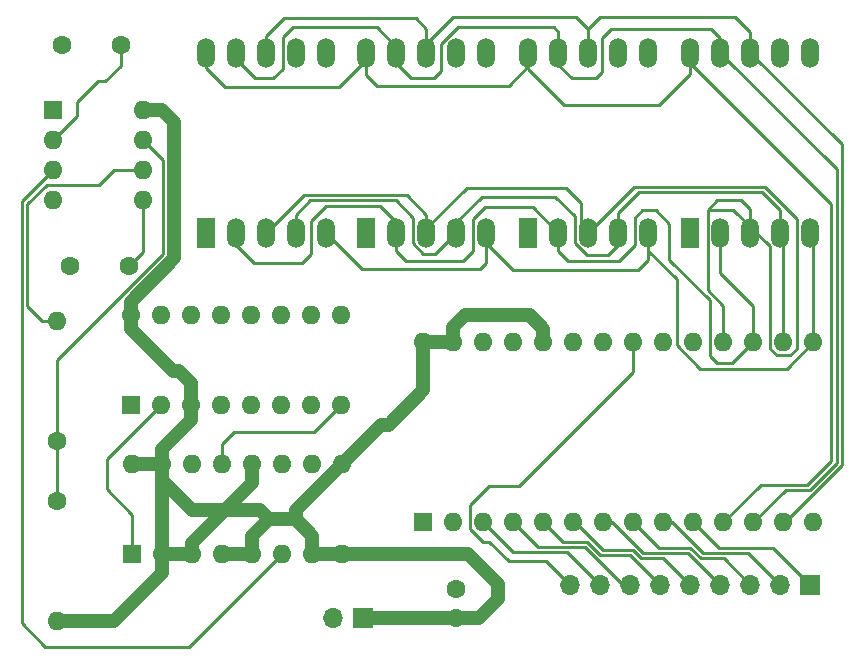
<source format=gbr>
%TF.GenerationSoftware,KiCad,Pcbnew,(5.1.9-0-10_14)*%
%TF.CreationDate,2021-04-19T11:13:06-04:00*%
%TF.ProjectId,DISPLAY,44495350-4c41-4592-9e6b-696361645f70,rev?*%
%TF.SameCoordinates,Original*%
%TF.FileFunction,Copper,L1,Top*%
%TF.FilePolarity,Positive*%
%FSLAX46Y46*%
G04 Gerber Fmt 4.6, Leading zero omitted, Abs format (unit mm)*
G04 Created by KiCad (PCBNEW (5.1.9-0-10_14)) date 2021-04-19 11:13:06*
%MOMM*%
%LPD*%
G01*
G04 APERTURE LIST*
%TA.AperFunction,ComponentPad*%
%ADD10O,1.700000X1.700000*%
%TD*%
%TA.AperFunction,ComponentPad*%
%ADD11R,1.700000X1.700000*%
%TD*%
%TA.AperFunction,ComponentPad*%
%ADD12O,1.600000X1.600000*%
%TD*%
%TA.AperFunction,ComponentPad*%
%ADD13R,1.600000X1.600000*%
%TD*%
%TA.AperFunction,ComponentPad*%
%ADD14R,1.524000X2.524000*%
%TD*%
%TA.AperFunction,ComponentPad*%
%ADD15O,1.524000X2.524000*%
%TD*%
%TA.AperFunction,ComponentPad*%
%ADD16C,1.600000*%
%TD*%
%TA.AperFunction,Conductor*%
%ADD17C,0.250000*%
%TD*%
%TA.AperFunction,Conductor*%
%ADD18C,1.200000*%
%TD*%
G04 APERTURE END LIST*
D10*
%TO.P,J1,9*%
%TO.N,Net-(J1-Pad9)*%
X201549000Y-108331000D03*
%TO.P,J1,8*%
%TO.N,Net-(J1-Pad8)*%
X204089000Y-108331000D03*
%TO.P,J1,7*%
%TO.N,Net-(J1-Pad7)*%
X206629000Y-108331000D03*
%TO.P,J1,6*%
%TO.N,Net-(J1-Pad6)*%
X209169000Y-108331000D03*
%TO.P,J1,5*%
%TO.N,Net-(J1-Pad5)*%
X211709000Y-108331000D03*
%TO.P,J1,4*%
%TO.N,Net-(J1-Pad4)*%
X214249000Y-108331000D03*
%TO.P,J1,3*%
%TO.N,Net-(J1-Pad3)*%
X216789000Y-108331000D03*
%TO.P,J1,2*%
%TO.N,Net-(J1-Pad2)*%
X219329000Y-108331000D03*
D11*
%TO.P,J1,1*%
%TO.N,Net-(J1-Pad1)*%
X221869000Y-108331000D03*
%TD*%
D12*
%TO.P,U1,8*%
%TO.N,VCC*%
X165354000Y-68072000D03*
%TO.P,U1,4*%
%TO.N,Net-(U1-Pad4)*%
X157734000Y-75692000D03*
%TO.P,U1,7*%
%TO.N,Net-(R1-Pad1)*%
X165354000Y-70612000D03*
%TO.P,U1,3*%
%TO.N,/CLOCK_DISPLAY*%
X157734000Y-73152000D03*
%TO.P,U1,6*%
%TO.N,Net-(R1-Pad2)*%
X165354000Y-73152000D03*
%TO.P,U1,2*%
%TO.N,Net-(C1-Pad2)*%
X157734000Y-70612000D03*
%TO.P,U1,5*%
%TO.N,Net-(C2-Pad1)*%
X165354000Y-75692000D03*
D13*
%TO.P,U1,1*%
%TO.N,GND*%
X157734000Y-68072000D03*
%TD*%
D14*
%TO.P,U10,1*%
%TO.N,Net-(U10-Pad1)*%
X211709000Y-78486000D03*
D15*
%TO.P,U10,2*%
%TO.N,/F*%
X214249000Y-78486000D03*
%TO.P,U10,3*%
%TO.N,/G*%
X216789000Y-78486000D03*
%TO.P,U10,4*%
%TO.N,/E*%
X219329000Y-78486000D03*
%TO.P,U10,5*%
%TO.N,/D*%
X221869000Y-78486000D03*
%TO.P,U10,6*%
%TO.N,Net-(U10-Pad1)*%
X221869000Y-63246000D03*
%TO.P,U10,7*%
%TO.N,/DP*%
X219329000Y-63246000D03*
%TO.P,U10,8*%
%TO.N,/C*%
X216789000Y-63246000D03*
%TO.P,U10,9*%
%TO.N,/B*%
X214249000Y-63246000D03*
%TO.P,U10,10*%
%TO.N,/A*%
X211709000Y-63246000D03*
%TD*%
D12*
%TO.P,U9,28*%
%TO.N,VCC*%
X189103000Y-87757000D03*
%TO.P,U9,14*%
%TO.N,GND*%
X222123000Y-102997000D03*
%TO.P,U9,27*%
%TO.N,VCC*%
X191643000Y-87757000D03*
%TO.P,U9,13*%
%TO.N,/C*%
X219583000Y-102997000D03*
%TO.P,U9,26*%
%TO.N,GND*%
X194183000Y-87757000D03*
%TO.P,U9,12*%
%TO.N,/B*%
X217043000Y-102997000D03*
%TO.P,U9,25*%
%TO.N,Net-(U2-Pad1)*%
X196723000Y-87757000D03*
%TO.P,U9,11*%
%TO.N,/A*%
X214503000Y-102997000D03*
%TO.P,U9,24*%
%TO.N,VCC*%
X199263000Y-87757000D03*
%TO.P,U9,10*%
%TO.N,Net-(J1-Pad1)*%
X211963000Y-102997000D03*
%TO.P,U9,23*%
%TO.N,GND*%
X201803000Y-87757000D03*
%TO.P,U9,9*%
%TO.N,Net-(J1-Pad2)*%
X209423000Y-102997000D03*
%TO.P,U9,22*%
%TO.N,GND*%
X204343000Y-87757000D03*
%TO.P,U9,8*%
%TO.N,Net-(J1-Pad3)*%
X206883000Y-102997000D03*
%TO.P,U9,21*%
%TO.N,Net-(J1-Pad9)*%
X206883000Y-87757000D03*
%TO.P,U9,7*%
%TO.N,Net-(J1-Pad4)*%
X204343000Y-102997000D03*
%TO.P,U9,20*%
%TO.N,GND*%
X209423000Y-87757000D03*
%TO.P,U9,6*%
%TO.N,Net-(J1-Pad5)*%
X201803000Y-102997000D03*
%TO.P,U9,19*%
%TO.N,/H*%
X211963000Y-87757000D03*
%TO.P,U9,5*%
%TO.N,Net-(J1-Pad6)*%
X199263000Y-102997000D03*
%TO.P,U9,18*%
%TO.N,/G*%
X214503000Y-87757000D03*
%TO.P,U9,4*%
%TO.N,Net-(J1-Pad7)*%
X196723000Y-102997000D03*
%TO.P,U9,17*%
%TO.N,/F*%
X217043000Y-87757000D03*
%TO.P,U9,3*%
%TO.N,Net-(J1-Pad8)*%
X194183000Y-102997000D03*
%TO.P,U9,16*%
%TO.N,/E*%
X219583000Y-87757000D03*
%TO.P,U9,2*%
%TO.N,GND*%
X191643000Y-102997000D03*
%TO.P,U9,15*%
%TO.N,/D*%
X222123000Y-87757000D03*
D13*
%TO.P,U9,1*%
%TO.N,GND*%
X189103000Y-102997000D03*
%TD*%
D14*
%TO.P,U8,1*%
%TO.N,Net-(U4-Pad5)*%
X197993000Y-78486000D03*
D15*
%TO.P,U8,2*%
%TO.N,/F*%
X200533000Y-78486000D03*
%TO.P,U8,3*%
%TO.N,/G*%
X203073000Y-78486000D03*
%TO.P,U8,4*%
%TO.N,/E*%
X205613000Y-78486000D03*
%TO.P,U8,5*%
%TO.N,/D*%
X208153000Y-78486000D03*
%TO.P,U8,6*%
%TO.N,Net-(U4-Pad5)*%
X208153000Y-63246000D03*
%TO.P,U8,7*%
%TO.N,/DP*%
X205613000Y-63246000D03*
%TO.P,U8,8*%
%TO.N,/C*%
X203073000Y-63246000D03*
%TO.P,U8,9*%
%TO.N,/B*%
X200533000Y-63246000D03*
%TO.P,U8,10*%
%TO.N,/A*%
X197993000Y-63246000D03*
%TD*%
D14*
%TO.P,U7,1*%
%TO.N,Net-(U4-Pad6)*%
X184277000Y-78486000D03*
D15*
%TO.P,U7,2*%
%TO.N,/F*%
X186817000Y-78486000D03*
%TO.P,U7,3*%
%TO.N,/G*%
X189357000Y-78486000D03*
%TO.P,U7,4*%
%TO.N,/E*%
X191897000Y-78486000D03*
%TO.P,U7,5*%
%TO.N,/D*%
X194437000Y-78486000D03*
%TO.P,U7,6*%
%TO.N,Net-(U4-Pad6)*%
X194437000Y-63246000D03*
%TO.P,U7,7*%
%TO.N,/DP*%
X191897000Y-63246000D03*
%TO.P,U7,8*%
%TO.N,/C*%
X189357000Y-63246000D03*
%TO.P,U7,9*%
%TO.N,/B*%
X186817000Y-63246000D03*
%TO.P,U7,10*%
%TO.N,/A*%
X184277000Y-63246000D03*
%TD*%
D14*
%TO.P,U6,1*%
%TO.N,Net-(U4-Pad7)*%
X170688000Y-78486000D03*
D15*
%TO.P,U6,2*%
%TO.N,/F*%
X173228000Y-78486000D03*
%TO.P,U6,3*%
%TO.N,/G*%
X175768000Y-78486000D03*
%TO.P,U6,4*%
%TO.N,/E*%
X178308000Y-78486000D03*
%TO.P,U6,5*%
%TO.N,/D*%
X180848000Y-78486000D03*
%TO.P,U6,6*%
%TO.N,Net-(U4-Pad7)*%
X180848000Y-63246000D03*
%TO.P,U6,7*%
%TO.N,/DP*%
X178308000Y-63246000D03*
%TO.P,U6,8*%
%TO.N,/C*%
X175768000Y-63246000D03*
%TO.P,U6,9*%
%TO.N,/B*%
X173228000Y-63246000D03*
%TO.P,U6,10*%
%TO.N,/A*%
X170688000Y-63246000D03*
%TD*%
D12*
%TO.P,U4,16*%
%TO.N,VCC*%
X164338000Y-85471000D03*
%TO.P,U4,8*%
%TO.N,GND*%
X182118000Y-93091000D03*
%TO.P,U4,15*%
%TO.N,N/C*%
X166878000Y-85471000D03*
%TO.P,U4,7*%
%TO.N,Net-(U4-Pad7)*%
X179578000Y-93091000D03*
%TO.P,U4,14*%
%TO.N,N/C*%
X169418000Y-85471000D03*
%TO.P,U4,6*%
%TO.N,Net-(U4-Pad6)*%
X177038000Y-93091000D03*
%TO.P,U4,13*%
%TO.N,N/C*%
X171958000Y-85471000D03*
%TO.P,U4,5*%
%TO.N,Net-(U4-Pad5)*%
X174498000Y-93091000D03*
%TO.P,U4,12*%
%TO.N,N/C*%
X174498000Y-85471000D03*
%TO.P,U4,4*%
%TO.N,Net-(U10-Pad1)*%
X171958000Y-93091000D03*
%TO.P,U4,11*%
%TO.N,N/C*%
X177038000Y-85471000D03*
%TO.P,U4,3*%
%TO.N,VCC*%
X169418000Y-93091000D03*
%TO.P,U4,10*%
%TO.N,N/C*%
X179578000Y-85471000D03*
%TO.P,U4,2*%
%TO.N,Net-(U2-Pad1)*%
X166878000Y-93091000D03*
%TO.P,U4,9*%
%TO.N,N/C*%
X182118000Y-85471000D03*
D13*
%TO.P,U4,1*%
%TO.N,GND*%
X164338000Y-93091000D03*
%TD*%
D12*
%TO.P,U2,16*%
%TO.N,VCC*%
X164465000Y-98044000D03*
%TO.P,U2,8*%
X182245000Y-105664000D03*
%TO.P,U2,15*%
X167005000Y-98044000D03*
%TO.P,U2,7*%
X179705000Y-105664000D03*
%TO.P,U2,14*%
%TO.N,Net-(U2-Pad14)*%
X169545000Y-98044000D03*
%TO.P,U2,6*%
%TO.N,/CLOCK_DISPLAY*%
X177165000Y-105664000D03*
%TO.P,U2,13*%
%TO.N,GND*%
X172085000Y-98044000D03*
%TO.P,U2,5*%
%TO.N,VCC*%
X174625000Y-105664000D03*
%TO.P,U2,12*%
X174625000Y-98044000D03*
%TO.P,U2,4*%
X172085000Y-105664000D03*
%TO.P,U2,11*%
%TO.N,Net-(U2-Pad11)*%
X177165000Y-98044000D03*
%TO.P,U2,3*%
%TO.N,VCC*%
X169545000Y-105664000D03*
%TO.P,U2,10*%
%TO.N,Net-(U2-Pad1)*%
X179705000Y-98044000D03*
%TO.P,U2,2*%
%TO.N,VCC*%
X167005000Y-105664000D03*
%TO.P,U2,9*%
X182245000Y-98044000D03*
D13*
%TO.P,U2,1*%
%TO.N,Net-(U2-Pad1)*%
X164465000Y-105664000D03*
%TD*%
D12*
%TO.P,R2,2*%
%TO.N,VCC*%
X158115000Y-111379000D03*
D16*
%TO.P,R2,1*%
%TO.N,Net-(R1-Pad1)*%
X158115000Y-101219000D03*
%TD*%
D12*
%TO.P,R1,2*%
%TO.N,Net-(R1-Pad2)*%
X158115000Y-85979000D03*
D16*
%TO.P,R1,1*%
%TO.N,Net-(R1-Pad1)*%
X158115000Y-96139000D03*
%TD*%
D10*
%TO.P,J16,2*%
%TO.N,GND*%
X181483000Y-111125000D03*
D11*
%TO.P,J16,1*%
%TO.N,VCC*%
X184023000Y-111125000D03*
%TD*%
D16*
%TO.P,C16,2*%
%TO.N,GND*%
X191897000Y-108625000D03*
%TO.P,C16,1*%
%TO.N,VCC*%
X191897000Y-111125000D03*
%TD*%
%TO.P,C2,2*%
%TO.N,GND*%
X159211000Y-81280000D03*
%TO.P,C2,1*%
%TO.N,Net-(C2-Pad1)*%
X164211000Y-81280000D03*
%TD*%
%TO.P,C1,2*%
%TO.N,Net-(C1-Pad2)*%
X163496000Y-62611000D03*
%TO.P,C1,1*%
%TO.N,GND*%
X158496000Y-62611000D03*
%TD*%
D17*
%TO.N,Net-(C1-Pad2)*%
X163496000Y-62611000D02*
X163496000Y-64342000D01*
X163496000Y-64342000D02*
X162179000Y-65659000D01*
X162179000Y-65659000D02*
X161544000Y-65659000D01*
X161544000Y-65659000D02*
X159766000Y-67437000D01*
X159766000Y-68580000D02*
X157734000Y-70612000D01*
X159766000Y-67437000D02*
X159766000Y-68580000D01*
%TO.N,GND*%
X182118000Y-93091000D02*
X179832000Y-95377000D01*
X179832000Y-95377000D02*
X173101000Y-95377000D01*
X172085000Y-96393000D02*
X172085000Y-98044000D01*
X173101000Y-95377000D02*
X172085000Y-96393000D01*
%TO.N,Net-(C2-Pad1)*%
X165354000Y-80137000D02*
X164211000Y-81280000D01*
X165354000Y-75692000D02*
X165354000Y-80137000D01*
%TO.N,Net-(R1-Pad2)*%
X165354000Y-73152000D02*
X162941000Y-73152000D01*
X162941000Y-73152000D02*
X161671000Y-74422000D01*
X161671000Y-74422000D02*
X157226000Y-74422000D01*
X157226000Y-74422000D02*
X155575000Y-76073000D01*
X155575000Y-76073000D02*
X155575000Y-84709000D01*
X156845000Y-85979000D02*
X158115000Y-85979000D01*
X155575000Y-84709000D02*
X156845000Y-85979000D01*
%TO.N,Net-(R1-Pad1)*%
X158115000Y-101219000D02*
X158115000Y-96139000D01*
X165354000Y-70612000D02*
X167095989Y-72353989D01*
X167095989Y-72353989D02*
X167095989Y-80261849D01*
X167095989Y-80261849D02*
X158115000Y-89242838D01*
X158115000Y-89242838D02*
X158115000Y-96139000D01*
D18*
%TO.N,VCC*%
X184023000Y-111125000D02*
X191897000Y-111125000D01*
X165354000Y-68072000D02*
X167005000Y-68072000D01*
X167005000Y-68072000D02*
X168021000Y-69088000D01*
X168021000Y-69088000D02*
X168021000Y-80645000D01*
X164338000Y-84328000D02*
X164338000Y-85471000D01*
X168021000Y-80645000D02*
X164338000Y-84328000D01*
X164338000Y-85471000D02*
X164338000Y-86614000D01*
X164338000Y-86614000D02*
X167894000Y-90170000D01*
X167894000Y-90170000D02*
X168402000Y-90170000D01*
X169418000Y-91186000D02*
X169418000Y-93091000D01*
X168402000Y-90170000D02*
X169418000Y-91186000D01*
X164465000Y-98044000D02*
X167005000Y-98044000D01*
X167005000Y-105664000D02*
X167005000Y-98044000D01*
X174625000Y-98044000D02*
X174625000Y-99695000D01*
X169545000Y-104775000D02*
X169545000Y-105664000D01*
X172085000Y-105664000D02*
X174625000Y-105664000D01*
X182245000Y-105664000D02*
X179705000Y-105664000D01*
X174625000Y-105664000D02*
X174625000Y-104140000D01*
X174625000Y-104140000D02*
X176022000Y-102743000D01*
X176022000Y-102743000D02*
X178308000Y-102743000D01*
X179705000Y-104140000D02*
X179705000Y-105664000D01*
X178308000Y-102743000D02*
X179705000Y-104140000D01*
X169545000Y-105664000D02*
X167005000Y-105664000D01*
X189103000Y-87757000D02*
X189103000Y-91821000D01*
X189103000Y-91821000D02*
X186182000Y-94742000D01*
X185547000Y-94742000D02*
X182245000Y-98044000D01*
X186182000Y-94742000D02*
X185547000Y-94742000D01*
X191643000Y-87757000D02*
X189103000Y-87757000D01*
X199263000Y-87757000D02*
X199263000Y-86614000D01*
X199263000Y-86614000D02*
X198120000Y-85471000D01*
X198120000Y-85471000D02*
X192659000Y-85471000D01*
X191643000Y-86487000D02*
X191643000Y-87757000D01*
X192659000Y-85471000D02*
X191643000Y-86487000D01*
X167005000Y-105664000D02*
X167005000Y-107315000D01*
X162941000Y-111379000D02*
X158115000Y-111379000D01*
X167005000Y-107315000D02*
X162941000Y-111379000D01*
X167005000Y-98044000D02*
X167005000Y-99441000D01*
X169545000Y-101981000D02*
X172339000Y-101981000D01*
X167005000Y-99441000D02*
X169545000Y-101981000D01*
X172339000Y-101981000D02*
X169545000Y-104775000D01*
X174625000Y-99695000D02*
X172339000Y-101981000D01*
X175260000Y-101981000D02*
X176022000Y-102743000D01*
X172339000Y-101981000D02*
X175260000Y-101981000D01*
X169418000Y-93091000D02*
X169418000Y-94361000D01*
X167005000Y-96774000D02*
X167005000Y-98044000D01*
X169418000Y-94361000D02*
X167005000Y-96774000D01*
X182245000Y-98044000D02*
X178308000Y-101981000D01*
X178308000Y-101981000D02*
X178308000Y-102743000D01*
X195453000Y-108204000D02*
X195453000Y-109474000D01*
X192913000Y-105664000D02*
X195453000Y-108204000D01*
X193802000Y-111125000D02*
X191897000Y-111125000D01*
X195453000Y-109474000D02*
X193802000Y-111125000D01*
X182245000Y-105664000D02*
X192913000Y-105664000D01*
D17*
%TO.N,/CLOCK_DISPLAY*%
X157099000Y-113538000D02*
X169291000Y-113538000D01*
X155124989Y-75761011D02*
X155124989Y-111563989D01*
X169291000Y-113538000D02*
X177165000Y-105664000D01*
X155124989Y-111563989D02*
X157099000Y-113538000D01*
X157734000Y-73152000D02*
X155124989Y-75761011D01*
%TO.N,Net-(U2-Pad1)*%
X164465000Y-102362000D02*
X164465000Y-105664000D01*
X162306000Y-100203000D02*
X164465000Y-102362000D01*
X162306000Y-97663000D02*
X162306000Y-100203000D01*
X166878000Y-93091000D02*
X162306000Y-97663000D01*
%TO.N,/F*%
X217043000Y-87757000D02*
X217043000Y-84709000D01*
X214249000Y-81915000D02*
X214249000Y-78486000D01*
X217043000Y-84709000D02*
X214249000Y-81915000D01*
X200533000Y-78486000D02*
X200533000Y-79629000D01*
X209931000Y-80772000D02*
X209931000Y-77724000D01*
X209931000Y-77724000D02*
X208788000Y-76581000D01*
X215265000Y-89535000D02*
X213995000Y-89535000D01*
X213995000Y-89535000D02*
X213360000Y-88900000D01*
X213360000Y-84201000D02*
X209931000Y-80772000D01*
X205670989Y-80841011D02*
X201376011Y-80841011D01*
X201376011Y-80841011D02*
X200533000Y-79998000D01*
X208788000Y-76581000D02*
X207645000Y-76581000D01*
X207010000Y-79502000D02*
X205670989Y-80841011D01*
X213360000Y-88900000D02*
X213360000Y-84201000D01*
X207645000Y-76581000D02*
X207010000Y-77216000D01*
X207010000Y-77216000D02*
X207010000Y-79502000D01*
X217043000Y-87757000D02*
X215265000Y-89535000D01*
X200533000Y-79998000D02*
X200533000Y-78486000D01*
X187660009Y-80841009D02*
X192462991Y-80841009D01*
X186817000Y-79998000D02*
X187660009Y-80841009D01*
X192462991Y-80841009D02*
X193294000Y-80010000D01*
X186817000Y-78486000D02*
X186817000Y-79998000D01*
X194310000Y-76327000D02*
X198374000Y-76327000D01*
X198374000Y-76327000D02*
X200533000Y-78486000D01*
X193294000Y-80010000D02*
X193294000Y-77343000D01*
X193294000Y-77343000D02*
X194310000Y-76327000D01*
X173228000Y-78486000D02*
X173228000Y-79502000D01*
X173228000Y-79502000D02*
X174752000Y-81026000D01*
X174752000Y-81026000D02*
X178816000Y-81026000D01*
X178816000Y-81026000D02*
X179578000Y-80264000D01*
X179578000Y-80264000D02*
X179578000Y-77470000D01*
X179578000Y-77470000D02*
X180848000Y-76200000D01*
X180848000Y-76200000D02*
X185420000Y-76200000D01*
X186817000Y-77597000D02*
X186817000Y-78486000D01*
X185420000Y-76200000D02*
X186817000Y-77597000D01*
%TO.N,/G*%
X213161990Y-76525010D02*
X213995000Y-75692000D01*
X213995000Y-75692000D02*
X216027000Y-75692000D01*
X216789000Y-76454000D02*
X216789000Y-78486000D01*
X216027000Y-75692000D02*
X216789000Y-76454000D01*
X214503000Y-87757000D02*
X214503000Y-84707590D01*
X214503000Y-84707590D02*
X213161990Y-83366580D01*
X213161990Y-83366580D02*
X213161990Y-76525010D01*
X203073000Y-78486000D02*
X206952009Y-74606991D01*
X206952009Y-74606991D02*
X217991401Y-74606991D01*
X217991401Y-74606991D02*
X220708001Y-77323591D01*
X220708001Y-88297001D02*
X220123001Y-88882001D01*
X218457999Y-88297001D02*
X218457999Y-79652263D01*
X218457999Y-79652263D02*
X215330746Y-76525010D01*
X220123001Y-88882001D02*
X219042999Y-88882001D01*
X220708001Y-77323591D02*
X220708001Y-88297001D01*
X219042999Y-88882001D02*
X218457999Y-88297001D01*
X215330746Y-76525010D02*
X213161990Y-76525010D01*
X189357000Y-78486000D02*
X189357000Y-78105000D01*
X189357000Y-78105000D02*
X192786000Y-74676000D01*
X192786000Y-74676000D02*
X201168000Y-74676000D01*
X201168000Y-74676000D02*
X202438000Y-75946000D01*
X202438000Y-77851000D02*
X203073000Y-78486000D01*
X202438000Y-75946000D02*
X202438000Y-77851000D01*
X189357000Y-76974000D02*
X189357000Y-78486000D01*
X175768000Y-78486000D02*
X178954022Y-75299978D01*
X178954022Y-75299978D02*
X187682978Y-75299978D01*
X187682978Y-75299978D02*
X189357000Y-76974000D01*
%TO.N,/E*%
X219583000Y-78740000D02*
X219329000Y-78486000D01*
X219583000Y-87757000D02*
X219583000Y-78740000D01*
X205613000Y-78486000D02*
X205613000Y-76835000D01*
X205613000Y-76835000D02*
X207391000Y-75057000D01*
X207391000Y-75057000D02*
X217805000Y-75057000D01*
X219329000Y-76581000D02*
X219329000Y-78486000D01*
X217805000Y-75057000D02*
X219329000Y-76581000D01*
X191897000Y-78486000D02*
X191897000Y-77597000D01*
X191897000Y-77597000D02*
X194056000Y-75438000D01*
X194056000Y-75438000D02*
X200279000Y-75438000D01*
X200279000Y-75438000D02*
X201930000Y-77089000D01*
X201930000Y-79380264D02*
X202940736Y-80391000D01*
X201930000Y-77089000D02*
X201930000Y-79380264D01*
X202940736Y-80391000D02*
X204724000Y-80391000D01*
X205613000Y-79502000D02*
X205613000Y-78486000D01*
X204724000Y-80391000D02*
X205613000Y-79502000D01*
X178308000Y-78486000D02*
X178308000Y-76974000D01*
X179532011Y-75749989D02*
X186747989Y-75749989D01*
X188214000Y-77216000D02*
X188214000Y-79380264D01*
X178308000Y-76974000D02*
X179532011Y-75749989D01*
X189097736Y-80264000D02*
X190119000Y-80264000D01*
X190119000Y-80264000D02*
X191897000Y-78486000D01*
X186747989Y-75749989D02*
X188214000Y-77216000D01*
X188214000Y-79380264D02*
X189097736Y-80264000D01*
%TO.N,/D*%
X222123000Y-78740000D02*
X221869000Y-78486000D01*
X222123000Y-87757000D02*
X222123000Y-78740000D01*
X208153000Y-78486000D02*
X208153000Y-79998000D01*
X208153000Y-79998000D02*
X210548001Y-82393001D01*
X210548001Y-88007003D02*
X212526009Y-89985011D01*
X212526009Y-89985011D02*
X219894989Y-89985011D01*
X210548001Y-82393001D02*
X210548001Y-88007003D01*
X219894989Y-89985011D02*
X222123000Y-87757000D01*
X194437000Y-78486000D02*
X194437000Y-79375000D01*
X194437000Y-79375000D02*
X196723000Y-81661000D01*
X196723000Y-81661000D02*
X207264000Y-81661000D01*
X208153000Y-80772000D02*
X208153000Y-78486000D01*
X207264000Y-81661000D02*
X208153000Y-80772000D01*
X194437000Y-81026000D02*
X194437000Y-78486000D01*
X183896000Y-81534000D02*
X193929000Y-81534000D01*
X193929000Y-81534000D02*
X194437000Y-81026000D01*
X180848000Y-78486000D02*
X183896000Y-81534000D01*
%TO.N,/C*%
X216789000Y-63246000D02*
X216789000Y-61468000D01*
X216789000Y-61468000D02*
X215519000Y-60198000D01*
X215519000Y-60198000D02*
X204089000Y-60198000D01*
X203073000Y-61214000D02*
X203073000Y-63246000D01*
X204089000Y-60198000D02*
X203073000Y-61214000D01*
X224547022Y-98162800D02*
X219712822Y-102997000D01*
X224547022Y-71004022D02*
X224547022Y-98162800D01*
X216789000Y-63246000D02*
X224547022Y-71004022D01*
X219712822Y-102997000D02*
X219583000Y-102997000D01*
X202057000Y-60198000D02*
X203073000Y-61214000D01*
X189357000Y-62484000D02*
X191643000Y-60198000D01*
X191643000Y-60198000D02*
X202057000Y-60198000D01*
X189357000Y-63246000D02*
X189357000Y-62484000D01*
X175768000Y-63246000D02*
X175768000Y-61849000D01*
X175768000Y-61849000D02*
X177292000Y-60325000D01*
X177292000Y-60325000D02*
X188468000Y-60325000D01*
X189357000Y-61214000D02*
X189357000Y-63246000D01*
X188468000Y-60325000D02*
X189357000Y-61214000D01*
%TO.N,/B*%
X214249000Y-63246000D02*
X224097011Y-73094011D01*
X224097011Y-73094011D02*
X224097011Y-97976400D01*
X224097011Y-97976400D02*
X221801400Y-100272011D01*
X221801400Y-100272011D02*
X219767989Y-100272011D01*
X219767989Y-100272011D02*
X217043000Y-102997000D01*
X203708000Y-65405000D02*
X204216000Y-64897000D01*
X200533000Y-64262000D02*
X201676000Y-65405000D01*
X204978000Y-61214000D02*
X213487000Y-61214000D01*
X200533000Y-63246000D02*
X200533000Y-64262000D01*
X214249000Y-61976000D02*
X214249000Y-63246000D01*
X204216000Y-64897000D02*
X204216000Y-61976000D01*
X201676000Y-65405000D02*
X203708000Y-65405000D01*
X213487000Y-61214000D02*
X214249000Y-61976000D01*
X204216000Y-61976000D02*
X204978000Y-61214000D01*
X186817000Y-63246000D02*
X186817000Y-64135000D01*
X186817000Y-64135000D02*
X188087000Y-65405000D01*
X188087000Y-65405000D02*
X189992000Y-65405000D01*
X189992000Y-65405000D02*
X190627000Y-64770000D01*
X190627000Y-62478736D02*
X192024000Y-61081736D01*
X190627000Y-64770000D02*
X190627000Y-62478736D01*
X192024000Y-61081736D02*
X198887264Y-61081736D01*
X198887264Y-61081736D02*
X198892528Y-61087000D01*
X198892528Y-61087000D02*
X200152000Y-61087000D01*
X200533000Y-61468000D02*
X200533000Y-63246000D01*
X200152000Y-61087000D02*
X200533000Y-61468000D01*
X173228000Y-63246000D02*
X173228000Y-63754000D01*
X173228000Y-63754000D02*
X174879000Y-65405000D01*
X174879000Y-65405000D02*
X176403000Y-65405000D01*
X177220990Y-64587010D02*
X177220990Y-61920010D01*
X176403000Y-65405000D02*
X177220990Y-64587010D01*
X177220990Y-61920010D02*
X178054000Y-61087000D01*
X178054000Y-61087000D02*
X185166000Y-61087000D01*
X186817000Y-62738000D02*
X186817000Y-63246000D01*
X185166000Y-61087000D02*
X186817000Y-62738000D01*
%TO.N,/A*%
X211709000Y-63246000D02*
X211709000Y-64135000D01*
X211709000Y-64135000D02*
X223647000Y-76073000D01*
X223647000Y-76073000D02*
X223647000Y-97790000D01*
X223647000Y-97790000D02*
X221615000Y-99822000D01*
X217678000Y-99822000D02*
X214503000Y-102997000D01*
X221615000Y-99822000D02*
X217678000Y-99822000D01*
X197993000Y-63246000D02*
X197993000Y-62103000D01*
X197993000Y-63246000D02*
X197993000Y-64643000D01*
X197993000Y-64643000D02*
X201041000Y-67691000D01*
X201041000Y-67691000D02*
X209042000Y-67691000D01*
X211709000Y-65024000D02*
X211709000Y-63246000D01*
X209042000Y-67691000D02*
X211709000Y-65024000D01*
X185166000Y-66040000D02*
X196342000Y-66040000D01*
X184277000Y-65151000D02*
X185166000Y-66040000D01*
X197993000Y-64389000D02*
X197993000Y-63246000D01*
X196342000Y-66040000D02*
X197993000Y-64389000D01*
X184277000Y-63246000D02*
X184277000Y-65151000D01*
X170688000Y-63246000D02*
X170688000Y-64516000D01*
X170688000Y-64516000D02*
X172339000Y-66167000D01*
X172339000Y-66167000D02*
X181991000Y-66167000D01*
X184277000Y-63881000D02*
X184277000Y-63246000D01*
X181991000Y-66167000D02*
X184277000Y-63881000D01*
%TO.N,Net-(J1-Pad9)*%
X201549000Y-108331000D02*
X199517000Y-106299000D01*
X199517000Y-106299000D02*
X196342000Y-106299000D01*
X196342000Y-106299000D02*
X194691000Y-104648000D01*
X194168998Y-104648000D02*
X193057999Y-103537001D01*
X193057999Y-103537001D02*
X193057999Y-101582001D01*
X194691000Y-104648000D02*
X194168998Y-104648000D01*
X193057999Y-101582001D02*
X194691000Y-99949000D01*
X194691000Y-99949000D02*
X197231000Y-99949000D01*
X206883000Y-90297000D02*
X206883000Y-87757000D01*
X197231000Y-99949000D02*
X206883000Y-90297000D01*
%TO.N,Net-(J1-Pad8)*%
X201295000Y-105537000D02*
X204089000Y-108331000D01*
X196723000Y-105537000D02*
X201295000Y-105537000D01*
X194183000Y-102997000D02*
X196723000Y-105537000D01*
%TO.N,Net-(J1-Pad7)*%
X196723000Y-102997000D02*
X198812989Y-105086989D01*
X198812989Y-105086989D02*
X202745758Y-105086989D01*
X205989769Y-108331000D02*
X206629000Y-108331000D01*
X202745758Y-105086989D02*
X205989769Y-108331000D01*
%TO.N,Net-(J1-Pad6)*%
X202932157Y-104636978D02*
X204086179Y-105791000D01*
X206629000Y-105791000D02*
X209169000Y-108331000D01*
X204086179Y-105791000D02*
X206629000Y-105791000D01*
X199263000Y-102997000D02*
X200902978Y-104636978D01*
X200902978Y-104636978D02*
X202932157Y-104636978D01*
%TO.N,Net-(J1-Pad5)*%
X209423000Y-106045000D02*
X211709000Y-108331000D01*
X201803000Y-102997000D02*
X201928590Y-102997000D01*
X201928590Y-102997000D02*
X204272579Y-105340989D01*
X207519411Y-106045000D02*
X209423000Y-106045000D01*
X206815400Y-105340989D02*
X207519411Y-106045000D01*
X204272579Y-105340989D02*
X206815400Y-105340989D01*
%TO.N,Net-(J1-Pad4)*%
X207705811Y-105594989D02*
X211512989Y-105594989D01*
X205107822Y-102997000D02*
X207705811Y-105594989D01*
X211512989Y-105594989D02*
X214249000Y-108331000D01*
X204343000Y-102997000D02*
X205107822Y-102997000D01*
%TO.N,Net-(J1-Pad3)*%
X214514022Y-106056022D02*
X216789000Y-108331000D01*
X209030978Y-105144978D02*
X211699389Y-105144978D01*
X206883000Y-102997000D02*
X209030978Y-105144978D01*
X211699389Y-105144978D02*
X212610433Y-106056022D01*
X212610433Y-106056022D02*
X214514022Y-106056022D01*
%TO.N,Net-(J1-Pad2)*%
X209423000Y-102997000D02*
X210187821Y-102997000D01*
X212796832Y-105606011D02*
X216604011Y-105606011D01*
X210187821Y-102997000D02*
X212796832Y-105606011D01*
X216604011Y-105606011D02*
X219329000Y-108331000D01*
%TO.N,Net-(J1-Pad1)*%
X214122000Y-105156000D02*
X218694000Y-105156000D01*
X211963000Y-102997000D02*
X214122000Y-105156000D01*
X218694000Y-105156000D02*
X221869000Y-108331000D01*
%TD*%
M02*

</source>
